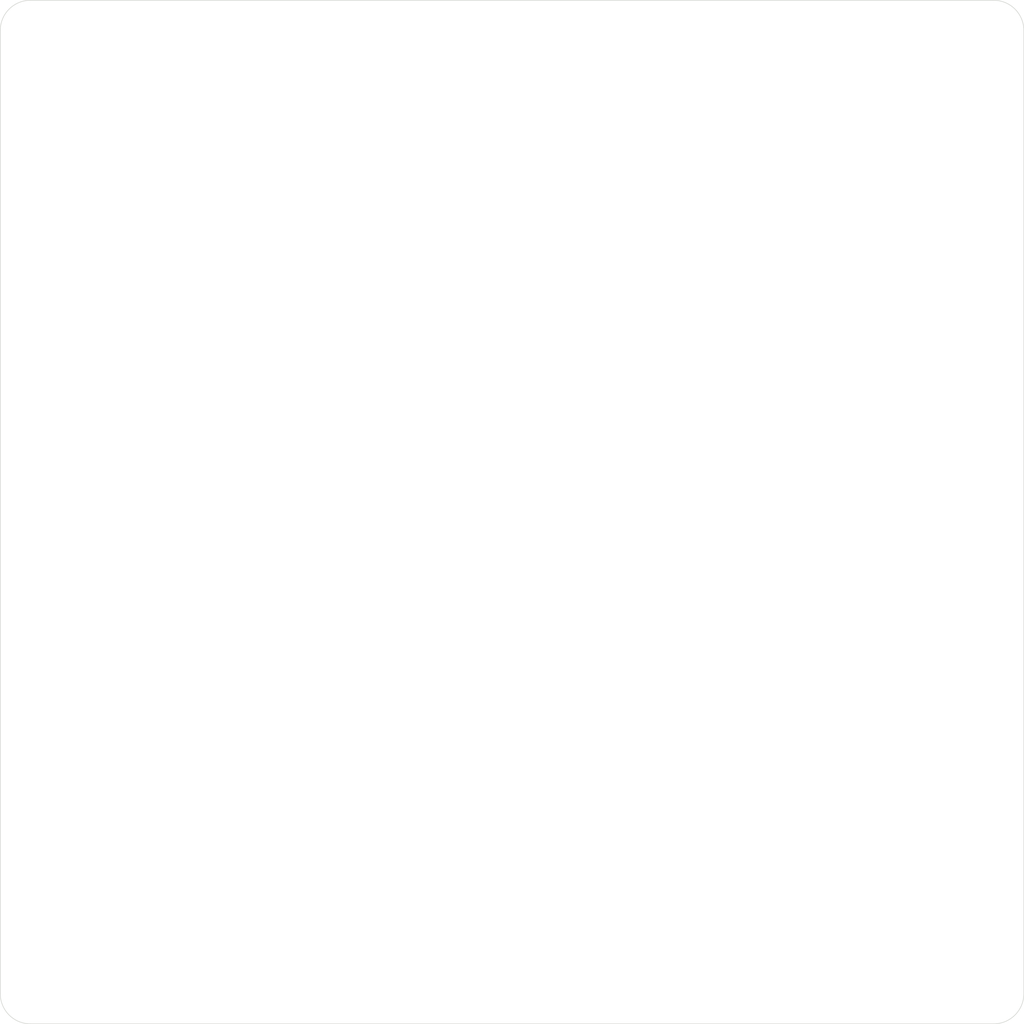
<source format=kicad_pcb>
(kicad_pcb (version 20171130) (host pcbnew 5.1.5-52549c5~84~ubuntu18.04.1)

  (general
    (thickness 1.6)
    (drawings 8)
    (tracks 0)
    (zones 0)
    (modules 4)
    (nets 1)
  )

  (page User 279.4 431.8)
  (layers
    (0 F.Cu signal)
    (31 B.Cu signal)
    (32 B.Adhes user)
    (33 F.Adhes user)
    (34 B.Paste user)
    (35 F.Paste user)
    (36 B.SilkS user)
    (37 F.SilkS user)
    (38 B.Mask user)
    (39 F.Mask user)
    (40 Dwgs.User user)
    (41 Cmts.User user)
    (42 Eco1.User user)
    (43 Eco2.User user)
    (44 Edge.Cuts user)
    (45 Margin user)
    (46 B.CrtYd user)
    (47 F.CrtYd user)
    (48 B.Fab user)
    (49 F.Fab user)
  )

  (setup
    (last_trace_width 0.25)
    (trace_clearance 0.2)
    (zone_clearance 0.508)
    (zone_45_only no)
    (trace_min 0.2)
    (via_size 0.8)
    (via_drill 0.4)
    (via_min_size 0.4)
    (via_min_drill 0.3)
    (uvia_size 0.3)
    (uvia_drill 0.1)
    (uvias_allowed no)
    (uvia_min_size 0.2)
    (uvia_min_drill 0.1)
    (edge_width 0.05)
    (segment_width 0.2)
    (pcb_text_width 0.3)
    (pcb_text_size 1.5 1.5)
    (mod_edge_width 0.12)
    (mod_text_size 1 1)
    (mod_text_width 0.15)
    (pad_size 1.524 1.524)
    (pad_drill 0.762)
    (pad_to_mask_clearance 0.051)
    (solder_mask_min_width 0.25)
    (aux_axis_origin 0 0)
    (visible_elements FFFFFF7F)
    (pcbplotparams
      (layerselection 0x010fc_ffffffff)
      (usegerberextensions false)
      (usegerberattributes false)
      (usegerberadvancedattributes false)
      (creategerberjobfile false)
      (excludeedgelayer true)
      (linewidth 0.100000)
      (plotframeref false)
      (viasonmask false)
      (mode 1)
      (useauxorigin false)
      (hpglpennumber 1)
      (hpglpenspeed 20)
      (hpglpendiameter 15.000000)
      (psnegative false)
      (psa4output false)
      (plotreference true)
      (plotvalue true)
      (plotinvisibletext false)
      (padsonsilk false)
      (subtractmaskfromsilk false)
      (outputformat 1)
      (mirror false)
      (drillshape 1)
      (scaleselection 1)
      (outputdirectory ""))
  )

  (net 0 "")

  (net_class Default "This is the default net class."
    (clearance 0.2)
    (trace_width 0.25)
    (via_dia 0.8)
    (via_drill 0.4)
    (uvia_dia 0.3)
    (uvia_drill 0.1)
  )

  (module footprint-lib:MountingHole_3.2mm_M3,rpi_like (layer F.Cu) (tedit 5E3FD253) (tstamp 5E62B909)
    (at 26.35 185.1)
    (descr "Mounting Hole 2.7mm, no annular, M2.5")
    (tags "mounting hole 2.7mm no annular m2.5")
    (attr virtual)
    (fp_text reference H4 (at 0 -3.81) (layer F.SilkS) hide
      (effects (font (size 1 1) (thickness 0.15)))
    )
    (fp_text value MOUNT_M3 (at 0 3.7) (layer F.Fab)
      (effects (font (size 1 1) (thickness 0.15)))
    )
    (fp_circle (center 0 0) (end 1.905 0) (layer B.Mask) (width 1.2))
    (fp_circle (center 0 0) (end 1.905 0) (layer F.Mask) (width 1.2))
    (fp_circle (center 0 0) (end 2.95 0) (layer F.CrtYd) (width 0.05))
    (fp_circle (center 0 0) (end 2.7 0) (layer Cmts.User) (width 0.15))
    (fp_text user %R (at 0 -3.81) (layer F.Fab)
      (effects (font (size 1 1) (thickness 0.15)))
    )
    (pad "" np_thru_hole circle (at 0 0) (size 3.2 3.2) (drill 3.2) (layers *.Cu *.Mask)
      (solder_mask_margin 1.5) (clearance 1.5))
  )

  (module footprint-lib:MountingHole_3.2mm_M3,rpi_like (layer F.Cu) (tedit 5E3FD253) (tstamp 5E62B900)
    (at 183.83 185.1)
    (descr "Mounting Hole 2.7mm, no annular, M2.5")
    (tags "mounting hole 2.7mm no annular m2.5")
    (attr virtual)
    (fp_text reference H4 (at 0 -3.81) (layer F.SilkS) hide
      (effects (font (size 1 1) (thickness 0.15)))
    )
    (fp_text value MOUNT_M3 (at 0 3.7) (layer F.Fab)
      (effects (font (size 1 1) (thickness 0.15)))
    )
    (fp_text user %R (at 0 -3.81) (layer F.Fab)
      (effects (font (size 1 1) (thickness 0.15)))
    )
    (fp_circle (center 0 0) (end 2.7 0) (layer Cmts.User) (width 0.15))
    (fp_circle (center 0 0) (end 2.95 0) (layer F.CrtYd) (width 0.05))
    (fp_circle (center 0 0) (end 1.905 0) (layer F.Mask) (width 1.2))
    (fp_circle (center 0 0) (end 1.905 0) (layer B.Mask) (width 1.2))
    (pad "" np_thru_hole circle (at 0 0) (size 3.2 3.2) (drill 3.2) (layers *.Cu *.Mask)
      (solder_mask_margin 1.5) (clearance 1.5))
  )

  (module footprint-lib:MountingHole_3.2mm_M3,rpi_like (layer F.Cu) (tedit 5E3FD253) (tstamp 5E62B8EC)
    (at 183.83 53.02)
    (descr "Mounting Hole 2.7mm, no annular, M2.5")
    (tags "mounting hole 2.7mm no annular m2.5")
    (attr virtual)
    (fp_text reference H4 (at 0 -3.81) (layer F.SilkS) hide
      (effects (font (size 1 1) (thickness 0.15)))
    )
    (fp_text value MOUNT_M3 (at 0 3.7) (layer F.Fab)
      (effects (font (size 1 1) (thickness 0.15)))
    )
    (fp_circle (center 0 0) (end 1.905 0) (layer B.Mask) (width 1.2))
    (fp_circle (center 0 0) (end 1.905 0) (layer F.Mask) (width 1.2))
    (fp_circle (center 0 0) (end 2.95 0) (layer F.CrtYd) (width 0.05))
    (fp_circle (center 0 0) (end 2.7 0) (layer Cmts.User) (width 0.15))
    (fp_text user %R (at 0 -3.81) (layer F.Fab)
      (effects (font (size 1 1) (thickness 0.15)))
    )
    (pad "" np_thru_hole circle (at 0 0) (size 3.2 3.2) (drill 3.2) (layers *.Cu *.Mask)
      (solder_mask_margin 1.5) (clearance 1.5))
  )

  (module footprint-lib:MountingHole_3.2mm_M3,rpi_like locked (layer F.Cu) (tedit 5E3FD253) (tstamp 5E62B8EB)
    (at 26.35 30.16)
    (descr "Mounting Hole 2.7mm, no annular, M2.5")
    (tags "mounting hole 2.7mm no annular m2.5")
    (attr virtual)
    (fp_text reference H4 (at 0 -3.81) (layer F.SilkS) hide
      (effects (font (size 1 1) (thickness 0.15)))
    )
    (fp_text value MOUNT_M3 (at 0 3.7) (layer F.Fab)
      (effects (font (size 1 1) (thickness 0.15)))
    )
    (fp_text user %R (at 0 -3.81) (layer F.Fab)
      (effects (font (size 1 1) (thickness 0.15)))
    )
    (fp_circle (center 0 0) (end 2.7 0) (layer Cmts.User) (width 0.15))
    (fp_circle (center 0 0) (end 2.95 0) (layer F.CrtYd) (width 0.05))
    (fp_circle (center 0 0) (end 1.905 0) (layer F.Mask) (width 1.2))
    (fp_circle (center 0 0) (end 1.905 0) (layer B.Mask) (width 1.2))
    (pad "" np_thru_hole circle (at 0 0) (size 3.2 3.2) (drill 3.2) (layers *.Cu *.Mask)
      (solder_mask_margin 1.5) (clearance 1.5))
  )

  (gr_arc (start 185 185) (end 185 190) (angle -90) (layer Edge.Cuts) (width 0.1) (tstamp 5E624BE8))
  (gr_arc (start 185 25) (end 190 25) (angle -90) (layer Edge.Cuts) (width 0.1) (tstamp 5E624BE8))
  (gr_arc (start 25 25) (end 25 20) (angle -90) (layer Edge.Cuts) (width 0.1) (tstamp 5E624BE8))
  (gr_arc (start 25 185) (end 20 185) (angle -90) (layer Edge.Cuts) (width 0.1))
  (gr_line (start 185 20) (end 25 20) (layer Edge.Cuts) (width 0.1) (tstamp 5E624A36))
  (gr_line (start 190 185) (end 190 25) (layer Edge.Cuts) (width 0.1))
  (gr_line (start 25 190) (end 185 190) (layer Edge.Cuts) (width 0.1))
  (gr_line (start 20 25) (end 20 185) (layer Edge.Cuts) (width 0.1))

)

</source>
